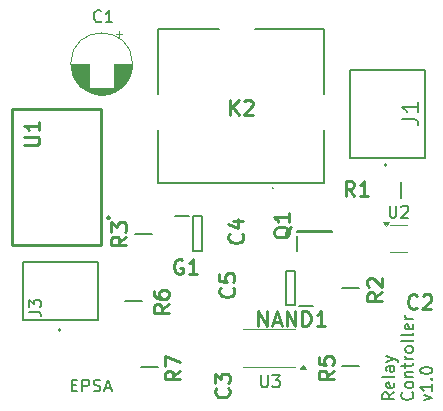
<source format=gbr>
%TF.GenerationSoftware,KiCad,Pcbnew,8.0.0*%
%TF.CreationDate,2024-04-17T17:35:18+02:00*%
%TF.ProjectId,Discharge Controller,44697363-6861-4726-9765-20436f6e7472,rev?*%
%TF.SameCoordinates,Original*%
%TF.FileFunction,Legend,Top*%
%TF.FilePolarity,Positive*%
%FSLAX46Y46*%
G04 Gerber Fmt 4.6, Leading zero omitted, Abs format (unit mm)*
G04 Created by KiCad (PCBNEW 8.0.0) date 2024-04-17 17:35:18*
%MOMM*%
%LPD*%
G01*
G04 APERTURE LIST*
%ADD10C,0.150000*%
%ADD11C,0.254000*%
%ADD12C,0.200000*%
%ADD13C,0.053000*%
%ADD14C,0.120000*%
%ADD15C,0.127000*%
G04 APERTURE END LIST*
D10*
X156724579Y-83648609D02*
X157057912Y-83648609D01*
X157200769Y-84172419D02*
X156724579Y-84172419D01*
X156724579Y-84172419D02*
X156724579Y-83172419D01*
X156724579Y-83172419D02*
X157200769Y-83172419D01*
X157629341Y-84172419D02*
X157629341Y-83172419D01*
X157629341Y-83172419D02*
X158010293Y-83172419D01*
X158010293Y-83172419D02*
X158105531Y-83220038D01*
X158105531Y-83220038D02*
X158153150Y-83267657D01*
X158153150Y-83267657D02*
X158200769Y-83362895D01*
X158200769Y-83362895D02*
X158200769Y-83505752D01*
X158200769Y-83505752D02*
X158153150Y-83600990D01*
X158153150Y-83600990D02*
X158105531Y-83648609D01*
X158105531Y-83648609D02*
X158010293Y-83696228D01*
X158010293Y-83696228D02*
X157629341Y-83696228D01*
X158581722Y-84124800D02*
X158724579Y-84172419D01*
X158724579Y-84172419D02*
X158962674Y-84172419D01*
X158962674Y-84172419D02*
X159057912Y-84124800D01*
X159057912Y-84124800D02*
X159105531Y-84077180D01*
X159105531Y-84077180D02*
X159153150Y-83981942D01*
X159153150Y-83981942D02*
X159153150Y-83886704D01*
X159153150Y-83886704D02*
X159105531Y-83791466D01*
X159105531Y-83791466D02*
X159057912Y-83743847D01*
X159057912Y-83743847D02*
X158962674Y-83696228D01*
X158962674Y-83696228D02*
X158772198Y-83648609D01*
X158772198Y-83648609D02*
X158676960Y-83600990D01*
X158676960Y-83600990D02*
X158629341Y-83553371D01*
X158629341Y-83553371D02*
X158581722Y-83458133D01*
X158581722Y-83458133D02*
X158581722Y-83362895D01*
X158581722Y-83362895D02*
X158629341Y-83267657D01*
X158629341Y-83267657D02*
X158676960Y-83220038D01*
X158676960Y-83220038D02*
X158772198Y-83172419D01*
X158772198Y-83172419D02*
X159010293Y-83172419D01*
X159010293Y-83172419D02*
X159153150Y-83220038D01*
X159534103Y-83886704D02*
X160010293Y-83886704D01*
X159438865Y-84172419D02*
X159772198Y-83172419D01*
X159772198Y-83172419D02*
X160105531Y-84172419D01*
X184025731Y-84257992D02*
X183549540Y-84591325D01*
X184025731Y-84829420D02*
X183025731Y-84829420D01*
X183025731Y-84829420D02*
X183025731Y-84448468D01*
X183025731Y-84448468D02*
X183073350Y-84353230D01*
X183073350Y-84353230D02*
X183120969Y-84305611D01*
X183120969Y-84305611D02*
X183216207Y-84257992D01*
X183216207Y-84257992D02*
X183359064Y-84257992D01*
X183359064Y-84257992D02*
X183454302Y-84305611D01*
X183454302Y-84305611D02*
X183501921Y-84353230D01*
X183501921Y-84353230D02*
X183549540Y-84448468D01*
X183549540Y-84448468D02*
X183549540Y-84829420D01*
X183978112Y-83448468D02*
X184025731Y-83543706D01*
X184025731Y-83543706D02*
X184025731Y-83734182D01*
X184025731Y-83734182D02*
X183978112Y-83829420D01*
X183978112Y-83829420D02*
X183882873Y-83877039D01*
X183882873Y-83877039D02*
X183501921Y-83877039D01*
X183501921Y-83877039D02*
X183406683Y-83829420D01*
X183406683Y-83829420D02*
X183359064Y-83734182D01*
X183359064Y-83734182D02*
X183359064Y-83543706D01*
X183359064Y-83543706D02*
X183406683Y-83448468D01*
X183406683Y-83448468D02*
X183501921Y-83400849D01*
X183501921Y-83400849D02*
X183597159Y-83400849D01*
X183597159Y-83400849D02*
X183692397Y-83877039D01*
X184025731Y-82829420D02*
X183978112Y-82924658D01*
X183978112Y-82924658D02*
X183882873Y-82972277D01*
X183882873Y-82972277D02*
X183025731Y-82972277D01*
X184025731Y-82019896D02*
X183501921Y-82019896D01*
X183501921Y-82019896D02*
X183406683Y-82067515D01*
X183406683Y-82067515D02*
X183359064Y-82162753D01*
X183359064Y-82162753D02*
X183359064Y-82353229D01*
X183359064Y-82353229D02*
X183406683Y-82448467D01*
X183978112Y-82019896D02*
X184025731Y-82115134D01*
X184025731Y-82115134D02*
X184025731Y-82353229D01*
X184025731Y-82353229D02*
X183978112Y-82448467D01*
X183978112Y-82448467D02*
X183882873Y-82496086D01*
X183882873Y-82496086D02*
X183787635Y-82496086D01*
X183787635Y-82496086D02*
X183692397Y-82448467D01*
X183692397Y-82448467D02*
X183644778Y-82353229D01*
X183644778Y-82353229D02*
X183644778Y-82115134D01*
X183644778Y-82115134D02*
X183597159Y-82019896D01*
X183359064Y-81638943D02*
X184025731Y-81400848D01*
X183359064Y-81162753D02*
X184025731Y-81400848D01*
X184025731Y-81400848D02*
X184263826Y-81496086D01*
X184263826Y-81496086D02*
X184311445Y-81543705D01*
X184311445Y-81543705D02*
X184359064Y-81638943D01*
X185540436Y-84257992D02*
X185588056Y-84305611D01*
X185588056Y-84305611D02*
X185635675Y-84448468D01*
X185635675Y-84448468D02*
X185635675Y-84543706D01*
X185635675Y-84543706D02*
X185588056Y-84686563D01*
X185588056Y-84686563D02*
X185492817Y-84781801D01*
X185492817Y-84781801D02*
X185397579Y-84829420D01*
X185397579Y-84829420D02*
X185207103Y-84877039D01*
X185207103Y-84877039D02*
X185064246Y-84877039D01*
X185064246Y-84877039D02*
X184873770Y-84829420D01*
X184873770Y-84829420D02*
X184778532Y-84781801D01*
X184778532Y-84781801D02*
X184683294Y-84686563D01*
X184683294Y-84686563D02*
X184635675Y-84543706D01*
X184635675Y-84543706D02*
X184635675Y-84448468D01*
X184635675Y-84448468D02*
X184683294Y-84305611D01*
X184683294Y-84305611D02*
X184730913Y-84257992D01*
X185635675Y-83686563D02*
X185588056Y-83781801D01*
X185588056Y-83781801D02*
X185540436Y-83829420D01*
X185540436Y-83829420D02*
X185445198Y-83877039D01*
X185445198Y-83877039D02*
X185159484Y-83877039D01*
X185159484Y-83877039D02*
X185064246Y-83829420D01*
X185064246Y-83829420D02*
X185016627Y-83781801D01*
X185016627Y-83781801D02*
X184969008Y-83686563D01*
X184969008Y-83686563D02*
X184969008Y-83543706D01*
X184969008Y-83543706D02*
X185016627Y-83448468D01*
X185016627Y-83448468D02*
X185064246Y-83400849D01*
X185064246Y-83400849D02*
X185159484Y-83353230D01*
X185159484Y-83353230D02*
X185445198Y-83353230D01*
X185445198Y-83353230D02*
X185540436Y-83400849D01*
X185540436Y-83400849D02*
X185588056Y-83448468D01*
X185588056Y-83448468D02*
X185635675Y-83543706D01*
X185635675Y-83543706D02*
X185635675Y-83686563D01*
X184969008Y-82924658D02*
X185635675Y-82924658D01*
X185064246Y-82924658D02*
X185016627Y-82877039D01*
X185016627Y-82877039D02*
X184969008Y-82781801D01*
X184969008Y-82781801D02*
X184969008Y-82638944D01*
X184969008Y-82638944D02*
X185016627Y-82543706D01*
X185016627Y-82543706D02*
X185111865Y-82496087D01*
X185111865Y-82496087D02*
X185635675Y-82496087D01*
X184969008Y-82162753D02*
X184969008Y-81781801D01*
X184635675Y-82019896D02*
X185492817Y-82019896D01*
X185492817Y-82019896D02*
X185588056Y-81972277D01*
X185588056Y-81972277D02*
X185635675Y-81877039D01*
X185635675Y-81877039D02*
X185635675Y-81781801D01*
X185635675Y-81448467D02*
X184969008Y-81448467D01*
X185159484Y-81448467D02*
X185064246Y-81400848D01*
X185064246Y-81400848D02*
X185016627Y-81353229D01*
X185016627Y-81353229D02*
X184969008Y-81257991D01*
X184969008Y-81257991D02*
X184969008Y-81162753D01*
X185635675Y-80686562D02*
X185588056Y-80781800D01*
X185588056Y-80781800D02*
X185540436Y-80829419D01*
X185540436Y-80829419D02*
X185445198Y-80877038D01*
X185445198Y-80877038D02*
X185159484Y-80877038D01*
X185159484Y-80877038D02*
X185064246Y-80829419D01*
X185064246Y-80829419D02*
X185016627Y-80781800D01*
X185016627Y-80781800D02*
X184969008Y-80686562D01*
X184969008Y-80686562D02*
X184969008Y-80543705D01*
X184969008Y-80543705D02*
X185016627Y-80448467D01*
X185016627Y-80448467D02*
X185064246Y-80400848D01*
X185064246Y-80400848D02*
X185159484Y-80353229D01*
X185159484Y-80353229D02*
X185445198Y-80353229D01*
X185445198Y-80353229D02*
X185540436Y-80400848D01*
X185540436Y-80400848D02*
X185588056Y-80448467D01*
X185588056Y-80448467D02*
X185635675Y-80543705D01*
X185635675Y-80543705D02*
X185635675Y-80686562D01*
X185635675Y-79781800D02*
X185588056Y-79877038D01*
X185588056Y-79877038D02*
X185492817Y-79924657D01*
X185492817Y-79924657D02*
X184635675Y-79924657D01*
X185635675Y-79257990D02*
X185588056Y-79353228D01*
X185588056Y-79353228D02*
X185492817Y-79400847D01*
X185492817Y-79400847D02*
X184635675Y-79400847D01*
X185588056Y-78496085D02*
X185635675Y-78591323D01*
X185635675Y-78591323D02*
X185635675Y-78781799D01*
X185635675Y-78781799D02*
X185588056Y-78877037D01*
X185588056Y-78877037D02*
X185492817Y-78924656D01*
X185492817Y-78924656D02*
X185111865Y-78924656D01*
X185111865Y-78924656D02*
X185016627Y-78877037D01*
X185016627Y-78877037D02*
X184969008Y-78781799D01*
X184969008Y-78781799D02*
X184969008Y-78591323D01*
X184969008Y-78591323D02*
X185016627Y-78496085D01*
X185016627Y-78496085D02*
X185111865Y-78448466D01*
X185111865Y-78448466D02*
X185207103Y-78448466D01*
X185207103Y-78448466D02*
X185302341Y-78924656D01*
X185635675Y-78019894D02*
X184969008Y-78019894D01*
X185159484Y-78019894D02*
X185064246Y-77972275D01*
X185064246Y-77972275D02*
X185016627Y-77924656D01*
X185016627Y-77924656D02*
X184969008Y-77829418D01*
X184969008Y-77829418D02*
X184969008Y-77734180D01*
X186578952Y-84924658D02*
X187245619Y-84686563D01*
X187245619Y-84686563D02*
X186578952Y-84448468D01*
X187245619Y-83543706D02*
X187245619Y-84115134D01*
X187245619Y-83829420D02*
X186245619Y-83829420D01*
X186245619Y-83829420D02*
X186388476Y-83924658D01*
X186388476Y-83924658D02*
X186483714Y-84019896D01*
X186483714Y-84019896D02*
X186531333Y-84115134D01*
X187150380Y-83115134D02*
X187198000Y-83067515D01*
X187198000Y-83067515D02*
X187245619Y-83115134D01*
X187245619Y-83115134D02*
X187198000Y-83162753D01*
X187198000Y-83162753D02*
X187150380Y-83115134D01*
X187150380Y-83115134D02*
X187245619Y-83115134D01*
X186245619Y-82448468D02*
X186245619Y-82353230D01*
X186245619Y-82353230D02*
X186293238Y-82257992D01*
X186293238Y-82257992D02*
X186340857Y-82210373D01*
X186340857Y-82210373D02*
X186436095Y-82162754D01*
X186436095Y-82162754D02*
X186626571Y-82115135D01*
X186626571Y-82115135D02*
X186864666Y-82115135D01*
X186864666Y-82115135D02*
X187055142Y-82162754D01*
X187055142Y-82162754D02*
X187150380Y-82210373D01*
X187150380Y-82210373D02*
X187198000Y-82257992D01*
X187198000Y-82257992D02*
X187245619Y-82353230D01*
X187245619Y-82353230D02*
X187245619Y-82448468D01*
X187245619Y-82448468D02*
X187198000Y-82543706D01*
X187198000Y-82543706D02*
X187150380Y-82591325D01*
X187150380Y-82591325D02*
X187055142Y-82638944D01*
X187055142Y-82638944D02*
X186864666Y-82686563D01*
X186864666Y-82686563D02*
X186626571Y-82686563D01*
X186626571Y-82686563D02*
X186436095Y-82638944D01*
X186436095Y-82638944D02*
X186340857Y-82591325D01*
X186340857Y-82591325D02*
X186293238Y-82543706D01*
X186293238Y-82543706D02*
X186245619Y-82448468D01*
D11*
X180636333Y-67630318D02*
X180212999Y-67025556D01*
X179910618Y-67630318D02*
X179910618Y-66360318D01*
X179910618Y-66360318D02*
X180394428Y-66360318D01*
X180394428Y-66360318D02*
X180515380Y-66420794D01*
X180515380Y-66420794D02*
X180575857Y-66481270D01*
X180575857Y-66481270D02*
X180636333Y-66602222D01*
X180636333Y-66602222D02*
X180636333Y-66783651D01*
X180636333Y-66783651D02*
X180575857Y-66904603D01*
X180575857Y-66904603D02*
X180515380Y-66965080D01*
X180515380Y-66965080D02*
X180394428Y-67025556D01*
X180394428Y-67025556D02*
X179910618Y-67025556D01*
X181845857Y-67630318D02*
X181120142Y-67630318D01*
X181482999Y-67630318D02*
X181482999Y-66360318D01*
X181482999Y-66360318D02*
X181362047Y-66541746D01*
X181362047Y-66541746D02*
X181241095Y-66662699D01*
X181241095Y-66662699D02*
X181120142Y-66723175D01*
X170132118Y-60772818D02*
X170132118Y-59502818D01*
X170857833Y-60772818D02*
X170313547Y-60047103D01*
X170857833Y-59502818D02*
X170132118Y-60228532D01*
X171341642Y-59623770D02*
X171402118Y-59563294D01*
X171402118Y-59563294D02*
X171523071Y-59502818D01*
X171523071Y-59502818D02*
X171825452Y-59502818D01*
X171825452Y-59502818D02*
X171946404Y-59563294D01*
X171946404Y-59563294D02*
X172006880Y-59623770D01*
X172006880Y-59623770D02*
X172067357Y-59744722D01*
X172067357Y-59744722D02*
X172067357Y-59865675D01*
X172067357Y-59865675D02*
X172006880Y-60047103D01*
X172006880Y-60047103D02*
X171281166Y-60772818D01*
X171281166Y-60772818D02*
X172067357Y-60772818D01*
X170379365Y-75395666D02*
X170439842Y-75456142D01*
X170439842Y-75456142D02*
X170500318Y-75637571D01*
X170500318Y-75637571D02*
X170500318Y-75758523D01*
X170500318Y-75758523D02*
X170439842Y-75939952D01*
X170439842Y-75939952D02*
X170318889Y-76060904D01*
X170318889Y-76060904D02*
X170197937Y-76121381D01*
X170197937Y-76121381D02*
X169956032Y-76181857D01*
X169956032Y-76181857D02*
X169774603Y-76181857D01*
X169774603Y-76181857D02*
X169532699Y-76121381D01*
X169532699Y-76121381D02*
X169411746Y-76060904D01*
X169411746Y-76060904D02*
X169290794Y-75939952D01*
X169290794Y-75939952D02*
X169230318Y-75758523D01*
X169230318Y-75758523D02*
X169230318Y-75637571D01*
X169230318Y-75637571D02*
X169290794Y-75456142D01*
X169290794Y-75456142D02*
X169351270Y-75395666D01*
X169230318Y-74246619D02*
X169230318Y-74851381D01*
X169230318Y-74851381D02*
X169835080Y-74911857D01*
X169835080Y-74911857D02*
X169774603Y-74851381D01*
X169774603Y-74851381D02*
X169714127Y-74730428D01*
X169714127Y-74730428D02*
X169714127Y-74428047D01*
X169714127Y-74428047D02*
X169774603Y-74307095D01*
X169774603Y-74307095D02*
X169835080Y-74246619D01*
X169835080Y-74246619D02*
X169956032Y-74186142D01*
X169956032Y-74186142D02*
X170258413Y-74186142D01*
X170258413Y-74186142D02*
X170379365Y-74246619D01*
X170379365Y-74246619D02*
X170439842Y-74307095D01*
X170439842Y-74307095D02*
X170500318Y-74428047D01*
X170500318Y-74428047D02*
X170500318Y-74730428D01*
X170500318Y-74730428D02*
X170439842Y-74851381D01*
X170439842Y-74851381D02*
X170379365Y-74911857D01*
D10*
X172770895Y-82817619D02*
X172770895Y-83627142D01*
X172770895Y-83627142D02*
X172818514Y-83722380D01*
X172818514Y-83722380D02*
X172866133Y-83770000D01*
X172866133Y-83770000D02*
X172961371Y-83817619D01*
X172961371Y-83817619D02*
X173151847Y-83817619D01*
X173151847Y-83817619D02*
X173247085Y-83770000D01*
X173247085Y-83770000D02*
X173294704Y-83722380D01*
X173294704Y-83722380D02*
X173342323Y-83627142D01*
X173342323Y-83627142D02*
X173342323Y-82817619D01*
X173723276Y-82817619D02*
X174342323Y-82817619D01*
X174342323Y-82817619D02*
X174008990Y-83198571D01*
X174008990Y-83198571D02*
X174151847Y-83198571D01*
X174151847Y-83198571D02*
X174247085Y-83246190D01*
X174247085Y-83246190D02*
X174294704Y-83293809D01*
X174294704Y-83293809D02*
X174342323Y-83389047D01*
X174342323Y-83389047D02*
X174342323Y-83627142D01*
X174342323Y-83627142D02*
X174294704Y-83722380D01*
X174294704Y-83722380D02*
X174247085Y-83770000D01*
X174247085Y-83770000D02*
X174151847Y-83817619D01*
X174151847Y-83817619D02*
X173866133Y-83817619D01*
X173866133Y-83817619D02*
X173770895Y-83770000D01*
X173770895Y-83770000D02*
X173723276Y-83722380D01*
D11*
X172498657Y-78628518D02*
X172498657Y-77358518D01*
X172498657Y-77358518D02*
X173224372Y-78628518D01*
X173224372Y-78628518D02*
X173224372Y-77358518D01*
X173768657Y-78265661D02*
X174373419Y-78265661D01*
X173647705Y-78628518D02*
X174071038Y-77358518D01*
X174071038Y-77358518D02*
X174494372Y-78628518D01*
X174917704Y-78628518D02*
X174917704Y-77358518D01*
X174917704Y-77358518D02*
X175643419Y-78628518D01*
X175643419Y-78628518D02*
X175643419Y-77358518D01*
X176248180Y-78628518D02*
X176248180Y-77358518D01*
X176248180Y-77358518D02*
X176550561Y-77358518D01*
X176550561Y-77358518D02*
X176731990Y-77418994D01*
X176731990Y-77418994D02*
X176852942Y-77539946D01*
X176852942Y-77539946D02*
X176913419Y-77660899D01*
X176913419Y-77660899D02*
X176973895Y-77902803D01*
X176973895Y-77902803D02*
X176973895Y-78084232D01*
X176973895Y-78084232D02*
X176913419Y-78326137D01*
X176913419Y-78326137D02*
X176852942Y-78447089D01*
X176852942Y-78447089D02*
X176731990Y-78568042D01*
X176731990Y-78568042D02*
X176550561Y-78628518D01*
X176550561Y-78628518D02*
X176248180Y-78628518D01*
X178183419Y-78628518D02*
X177457704Y-78628518D01*
X177820561Y-78628518D02*
X177820561Y-77358518D01*
X177820561Y-77358518D02*
X177699609Y-77539946D01*
X177699609Y-77539946D02*
X177578657Y-77660899D01*
X177578657Y-77660899D02*
X177457704Y-77721375D01*
X164937718Y-76792666D02*
X164332956Y-77216000D01*
X164937718Y-77518381D02*
X163667718Y-77518381D01*
X163667718Y-77518381D02*
X163667718Y-77034571D01*
X163667718Y-77034571D02*
X163728194Y-76913619D01*
X163728194Y-76913619D02*
X163788670Y-76853142D01*
X163788670Y-76853142D02*
X163909622Y-76792666D01*
X163909622Y-76792666D02*
X164091051Y-76792666D01*
X164091051Y-76792666D02*
X164212003Y-76853142D01*
X164212003Y-76853142D02*
X164272480Y-76913619D01*
X164272480Y-76913619D02*
X164332956Y-77034571D01*
X164332956Y-77034571D02*
X164332956Y-77518381D01*
X163667718Y-75704095D02*
X163667718Y-75946000D01*
X163667718Y-75946000D02*
X163728194Y-76066952D01*
X163728194Y-76066952D02*
X163788670Y-76127428D01*
X163788670Y-76127428D02*
X163970099Y-76248381D01*
X163970099Y-76248381D02*
X164212003Y-76308857D01*
X164212003Y-76308857D02*
X164695813Y-76308857D01*
X164695813Y-76308857D02*
X164816765Y-76248381D01*
X164816765Y-76248381D02*
X164877242Y-76187904D01*
X164877242Y-76187904D02*
X164937718Y-76066952D01*
X164937718Y-76066952D02*
X164937718Y-75825047D01*
X164937718Y-75825047D02*
X164877242Y-75704095D01*
X164877242Y-75704095D02*
X164816765Y-75643619D01*
X164816765Y-75643619D02*
X164695813Y-75583142D01*
X164695813Y-75583142D02*
X164393432Y-75583142D01*
X164393432Y-75583142D02*
X164272480Y-75643619D01*
X164272480Y-75643619D02*
X164212003Y-75704095D01*
X164212003Y-75704095D02*
X164151527Y-75825047D01*
X164151527Y-75825047D02*
X164151527Y-76066952D01*
X164151527Y-76066952D02*
X164212003Y-76187904D01*
X164212003Y-76187904D02*
X164272480Y-76248381D01*
X164272480Y-76248381D02*
X164393432Y-76308857D01*
X183022518Y-75776666D02*
X182417756Y-76200000D01*
X183022518Y-76502381D02*
X181752518Y-76502381D01*
X181752518Y-76502381D02*
X181752518Y-76018571D01*
X181752518Y-76018571D02*
X181812994Y-75897619D01*
X181812994Y-75897619D02*
X181873470Y-75837142D01*
X181873470Y-75837142D02*
X181994422Y-75776666D01*
X181994422Y-75776666D02*
X182175851Y-75776666D01*
X182175851Y-75776666D02*
X182296803Y-75837142D01*
X182296803Y-75837142D02*
X182357280Y-75897619D01*
X182357280Y-75897619D02*
X182417756Y-76018571D01*
X182417756Y-76018571D02*
X182417756Y-76502381D01*
X181873470Y-75292857D02*
X181812994Y-75232381D01*
X181812994Y-75232381D02*
X181752518Y-75111428D01*
X181752518Y-75111428D02*
X181752518Y-74809047D01*
X181752518Y-74809047D02*
X181812994Y-74688095D01*
X181812994Y-74688095D02*
X181873470Y-74627619D01*
X181873470Y-74627619D02*
X181994422Y-74567142D01*
X181994422Y-74567142D02*
X182115375Y-74567142D01*
X182115375Y-74567142D02*
X182296803Y-74627619D01*
X182296803Y-74627619D02*
X183022518Y-75353333D01*
X183022518Y-75353333D02*
X183022518Y-74567142D01*
X175256708Y-70224952D02*
X175196232Y-70345904D01*
X175196232Y-70345904D02*
X175075280Y-70466857D01*
X175075280Y-70466857D02*
X174893851Y-70648285D01*
X174893851Y-70648285D02*
X174833375Y-70769238D01*
X174833375Y-70769238D02*
X174833375Y-70890190D01*
X175135756Y-70829714D02*
X175075280Y-70950666D01*
X175075280Y-70950666D02*
X174954327Y-71071619D01*
X174954327Y-71071619D02*
X174712422Y-71132095D01*
X174712422Y-71132095D02*
X174289089Y-71132095D01*
X174289089Y-71132095D02*
X174047184Y-71071619D01*
X174047184Y-71071619D02*
X173926232Y-70950666D01*
X173926232Y-70950666D02*
X173865756Y-70829714D01*
X173865756Y-70829714D02*
X173865756Y-70587809D01*
X173865756Y-70587809D02*
X173926232Y-70466857D01*
X173926232Y-70466857D02*
X174047184Y-70345904D01*
X174047184Y-70345904D02*
X174289089Y-70285428D01*
X174289089Y-70285428D02*
X174712422Y-70285428D01*
X174712422Y-70285428D02*
X174954327Y-70345904D01*
X174954327Y-70345904D02*
X175075280Y-70466857D01*
X175075280Y-70466857D02*
X175135756Y-70587809D01*
X175135756Y-70587809D02*
X175135756Y-70829714D01*
X175135756Y-69075904D02*
X175135756Y-69801619D01*
X175135756Y-69438762D02*
X173865756Y-69438762D01*
X173865756Y-69438762D02*
X174047184Y-69559714D01*
X174047184Y-69559714D02*
X174168137Y-69680666D01*
X174168137Y-69680666D02*
X174228613Y-69801619D01*
X185970333Y-77085165D02*
X185909857Y-77145642D01*
X185909857Y-77145642D02*
X185728428Y-77206118D01*
X185728428Y-77206118D02*
X185607476Y-77206118D01*
X185607476Y-77206118D02*
X185426047Y-77145642D01*
X185426047Y-77145642D02*
X185305095Y-77024689D01*
X185305095Y-77024689D02*
X185244618Y-76903737D01*
X185244618Y-76903737D02*
X185184142Y-76661832D01*
X185184142Y-76661832D02*
X185184142Y-76480403D01*
X185184142Y-76480403D02*
X185244618Y-76238499D01*
X185244618Y-76238499D02*
X185305095Y-76117546D01*
X185305095Y-76117546D02*
X185426047Y-75996594D01*
X185426047Y-75996594D02*
X185607476Y-75936118D01*
X185607476Y-75936118D02*
X185728428Y-75936118D01*
X185728428Y-75936118D02*
X185909857Y-75996594D01*
X185909857Y-75996594D02*
X185970333Y-76057070D01*
X186454142Y-76057070D02*
X186514618Y-75996594D01*
X186514618Y-75996594D02*
X186635571Y-75936118D01*
X186635571Y-75936118D02*
X186937952Y-75936118D01*
X186937952Y-75936118D02*
X187058904Y-75996594D01*
X187058904Y-75996594D02*
X187119380Y-76057070D01*
X187119380Y-76057070D02*
X187179857Y-76178022D01*
X187179857Y-76178022D02*
X187179857Y-76298975D01*
X187179857Y-76298975D02*
X187119380Y-76480403D01*
X187119380Y-76480403D02*
X186393666Y-77206118D01*
X186393666Y-77206118D02*
X187179857Y-77206118D01*
D10*
X184685266Y-61096466D02*
X185685266Y-61096466D01*
X185685266Y-61096466D02*
X185885266Y-61163133D01*
X185885266Y-61163133D02*
X186018600Y-61296466D01*
X186018600Y-61296466D02*
X186085266Y-61496466D01*
X186085266Y-61496466D02*
X186085266Y-61629800D01*
X186085266Y-59696466D02*
X186085266Y-60496466D01*
X186085266Y-60096466D02*
X184685266Y-60096466D01*
X184685266Y-60096466D02*
X184885266Y-60229799D01*
X184885266Y-60229799D02*
X185018600Y-60363133D01*
X185018600Y-60363133D02*
X185085266Y-60496466D01*
X153124819Y-77422333D02*
X153839104Y-77422333D01*
X153839104Y-77422333D02*
X153981961Y-77469952D01*
X153981961Y-77469952D02*
X154077200Y-77565190D01*
X154077200Y-77565190D02*
X154124819Y-77708047D01*
X154124819Y-77708047D02*
X154124819Y-77803285D01*
X153124819Y-77041380D02*
X153124819Y-76422333D01*
X153124819Y-76422333D02*
X153505771Y-76755666D01*
X153505771Y-76755666D02*
X153505771Y-76612809D01*
X153505771Y-76612809D02*
X153553390Y-76517571D01*
X153553390Y-76517571D02*
X153601009Y-76469952D01*
X153601009Y-76469952D02*
X153696247Y-76422333D01*
X153696247Y-76422333D02*
X153934342Y-76422333D01*
X153934342Y-76422333D02*
X154029580Y-76469952D01*
X154029580Y-76469952D02*
X154077200Y-76517571D01*
X154077200Y-76517571D02*
X154124819Y-76612809D01*
X154124819Y-76612809D02*
X154124819Y-76898523D01*
X154124819Y-76898523D02*
X154077200Y-76993761D01*
X154077200Y-76993761D02*
X154029580Y-77041380D01*
D11*
X169998365Y-83879266D02*
X170058842Y-83939742D01*
X170058842Y-83939742D02*
X170119318Y-84121171D01*
X170119318Y-84121171D02*
X170119318Y-84242123D01*
X170119318Y-84242123D02*
X170058842Y-84423552D01*
X170058842Y-84423552D02*
X169937889Y-84544504D01*
X169937889Y-84544504D02*
X169816937Y-84604981D01*
X169816937Y-84604981D02*
X169575032Y-84665457D01*
X169575032Y-84665457D02*
X169393603Y-84665457D01*
X169393603Y-84665457D02*
X169151699Y-84604981D01*
X169151699Y-84604981D02*
X169030746Y-84544504D01*
X169030746Y-84544504D02*
X168909794Y-84423552D01*
X168909794Y-84423552D02*
X168849318Y-84242123D01*
X168849318Y-84242123D02*
X168849318Y-84121171D01*
X168849318Y-84121171D02*
X168909794Y-83939742D01*
X168909794Y-83939742D02*
X168970270Y-83879266D01*
X168849318Y-83455933D02*
X168849318Y-82669742D01*
X168849318Y-82669742D02*
X169333127Y-83093076D01*
X169333127Y-83093076D02*
X169333127Y-82911647D01*
X169333127Y-82911647D02*
X169393603Y-82790695D01*
X169393603Y-82790695D02*
X169454080Y-82730219D01*
X169454080Y-82730219D02*
X169575032Y-82669742D01*
X169575032Y-82669742D02*
X169877413Y-82669742D01*
X169877413Y-82669742D02*
X169998365Y-82730219D01*
X169998365Y-82730219D02*
X170058842Y-82790695D01*
X170058842Y-82790695D02*
X170119318Y-82911647D01*
X170119318Y-82911647D02*
X170119318Y-83274504D01*
X170119318Y-83274504D02*
X170058842Y-83395457D01*
X170058842Y-83395457D02*
X169998365Y-83455933D01*
X171141365Y-70823666D02*
X171201842Y-70884142D01*
X171201842Y-70884142D02*
X171262318Y-71065571D01*
X171262318Y-71065571D02*
X171262318Y-71186523D01*
X171262318Y-71186523D02*
X171201842Y-71367952D01*
X171201842Y-71367952D02*
X171080889Y-71488904D01*
X171080889Y-71488904D02*
X170959937Y-71549381D01*
X170959937Y-71549381D02*
X170718032Y-71609857D01*
X170718032Y-71609857D02*
X170536603Y-71609857D01*
X170536603Y-71609857D02*
X170294699Y-71549381D01*
X170294699Y-71549381D02*
X170173746Y-71488904D01*
X170173746Y-71488904D02*
X170052794Y-71367952D01*
X170052794Y-71367952D02*
X169992318Y-71186523D01*
X169992318Y-71186523D02*
X169992318Y-71065571D01*
X169992318Y-71065571D02*
X170052794Y-70884142D01*
X170052794Y-70884142D02*
X170113270Y-70823666D01*
X170415651Y-69735095D02*
X171262318Y-69735095D01*
X169931842Y-70037476D02*
X170838984Y-70339857D01*
X170838984Y-70339857D02*
X170838984Y-69553666D01*
X166097857Y-73024794D02*
X165976904Y-72964318D01*
X165976904Y-72964318D02*
X165795476Y-72964318D01*
X165795476Y-72964318D02*
X165614047Y-73024794D01*
X165614047Y-73024794D02*
X165493095Y-73145746D01*
X165493095Y-73145746D02*
X165432618Y-73266699D01*
X165432618Y-73266699D02*
X165372142Y-73508603D01*
X165372142Y-73508603D02*
X165372142Y-73690032D01*
X165372142Y-73690032D02*
X165432618Y-73931937D01*
X165432618Y-73931937D02*
X165493095Y-74052889D01*
X165493095Y-74052889D02*
X165614047Y-74173842D01*
X165614047Y-74173842D02*
X165795476Y-74234318D01*
X165795476Y-74234318D02*
X165916428Y-74234318D01*
X165916428Y-74234318D02*
X166097857Y-74173842D01*
X166097857Y-74173842D02*
X166158333Y-74113365D01*
X166158333Y-74113365D02*
X166158333Y-73690032D01*
X166158333Y-73690032D02*
X165916428Y-73690032D01*
X167367857Y-74234318D02*
X166642142Y-74234318D01*
X167004999Y-74234318D02*
X167004999Y-72964318D01*
X167004999Y-72964318D02*
X166884047Y-73145746D01*
X166884047Y-73145746D02*
X166763095Y-73266699D01*
X166763095Y-73266699D02*
X166642142Y-73327175D01*
X178907718Y-82406066D02*
X178302956Y-82829400D01*
X178907718Y-83131781D02*
X177637718Y-83131781D01*
X177637718Y-83131781D02*
X177637718Y-82647971D01*
X177637718Y-82647971D02*
X177698194Y-82527019D01*
X177698194Y-82527019D02*
X177758670Y-82466542D01*
X177758670Y-82466542D02*
X177879622Y-82406066D01*
X177879622Y-82406066D02*
X178061051Y-82406066D01*
X178061051Y-82406066D02*
X178182003Y-82466542D01*
X178182003Y-82466542D02*
X178242480Y-82527019D01*
X178242480Y-82527019D02*
X178302956Y-82647971D01*
X178302956Y-82647971D02*
X178302956Y-83131781D01*
X177637718Y-81257019D02*
X177637718Y-81861781D01*
X177637718Y-81861781D02*
X178242480Y-81922257D01*
X178242480Y-81922257D02*
X178182003Y-81861781D01*
X178182003Y-81861781D02*
X178121527Y-81740828D01*
X178121527Y-81740828D02*
X178121527Y-81438447D01*
X178121527Y-81438447D02*
X178182003Y-81317495D01*
X178182003Y-81317495D02*
X178242480Y-81257019D01*
X178242480Y-81257019D02*
X178363432Y-81196542D01*
X178363432Y-81196542D02*
X178665813Y-81196542D01*
X178665813Y-81196542D02*
X178786765Y-81257019D01*
X178786765Y-81257019D02*
X178847242Y-81317495D01*
X178847242Y-81317495D02*
X178907718Y-81438447D01*
X178907718Y-81438447D02*
X178907718Y-81740828D01*
X178907718Y-81740828D02*
X178847242Y-81861781D01*
X178847242Y-81861781D02*
X178786765Y-81922257D01*
X165928318Y-82431466D02*
X165323556Y-82854800D01*
X165928318Y-83157181D02*
X164658318Y-83157181D01*
X164658318Y-83157181D02*
X164658318Y-82673371D01*
X164658318Y-82673371D02*
X164718794Y-82552419D01*
X164718794Y-82552419D02*
X164779270Y-82491942D01*
X164779270Y-82491942D02*
X164900222Y-82431466D01*
X164900222Y-82431466D02*
X165081651Y-82431466D01*
X165081651Y-82431466D02*
X165202603Y-82491942D01*
X165202603Y-82491942D02*
X165263080Y-82552419D01*
X165263080Y-82552419D02*
X165323556Y-82673371D01*
X165323556Y-82673371D02*
X165323556Y-83157181D01*
X164658318Y-82008133D02*
X164658318Y-81161466D01*
X164658318Y-81161466D02*
X165928318Y-81705752D01*
X152720318Y-63324619D02*
X153748413Y-63324619D01*
X153748413Y-63324619D02*
X153869365Y-63264142D01*
X153869365Y-63264142D02*
X153929842Y-63203666D01*
X153929842Y-63203666D02*
X153990318Y-63082714D01*
X153990318Y-63082714D02*
X153990318Y-62840809D01*
X153990318Y-62840809D02*
X153929842Y-62719857D01*
X153929842Y-62719857D02*
X153869365Y-62659380D01*
X153869365Y-62659380D02*
X153748413Y-62598904D01*
X153748413Y-62598904D02*
X152720318Y-62598904D01*
X153990318Y-61328904D02*
X153990318Y-62054619D01*
X153990318Y-61691762D02*
X152720318Y-61691762D01*
X152720318Y-61691762D02*
X152901746Y-61812714D01*
X152901746Y-61812714D02*
X153022699Y-61933666D01*
X153022699Y-61933666D02*
X153083175Y-62054619D01*
X161356318Y-71065765D02*
X160751556Y-71489099D01*
X161356318Y-71791480D02*
X160086318Y-71791480D01*
X160086318Y-71791480D02*
X160086318Y-71307670D01*
X160086318Y-71307670D02*
X160146794Y-71186718D01*
X160146794Y-71186718D02*
X160207270Y-71126241D01*
X160207270Y-71126241D02*
X160328222Y-71065765D01*
X160328222Y-71065765D02*
X160509651Y-71065765D01*
X160509651Y-71065765D02*
X160630603Y-71126241D01*
X160630603Y-71126241D02*
X160691080Y-71186718D01*
X160691080Y-71186718D02*
X160751556Y-71307670D01*
X160751556Y-71307670D02*
X160751556Y-71791480D01*
X160086318Y-70642432D02*
X160086318Y-69856241D01*
X160086318Y-69856241D02*
X160570127Y-70279575D01*
X160570127Y-70279575D02*
X160570127Y-70098146D01*
X160570127Y-70098146D02*
X160630603Y-69977194D01*
X160630603Y-69977194D02*
X160691080Y-69916718D01*
X160691080Y-69916718D02*
X160812032Y-69856241D01*
X160812032Y-69856241D02*
X161114413Y-69856241D01*
X161114413Y-69856241D02*
X161235365Y-69916718D01*
X161235365Y-69916718D02*
X161295842Y-69977194D01*
X161295842Y-69977194D02*
X161356318Y-70098146D01*
X161356318Y-70098146D02*
X161356318Y-70461003D01*
X161356318Y-70461003D02*
X161295842Y-70581956D01*
X161295842Y-70581956D02*
X161235365Y-70642432D01*
D10*
X183642095Y-68451819D02*
X183642095Y-69261342D01*
X183642095Y-69261342D02*
X183689714Y-69356580D01*
X183689714Y-69356580D02*
X183737333Y-69404200D01*
X183737333Y-69404200D02*
X183832571Y-69451819D01*
X183832571Y-69451819D02*
X184023047Y-69451819D01*
X184023047Y-69451819D02*
X184118285Y-69404200D01*
X184118285Y-69404200D02*
X184165904Y-69356580D01*
X184165904Y-69356580D02*
X184213523Y-69261342D01*
X184213523Y-69261342D02*
X184213523Y-68451819D01*
X184642095Y-68547057D02*
X184689714Y-68499438D01*
X184689714Y-68499438D02*
X184784952Y-68451819D01*
X184784952Y-68451819D02*
X185023047Y-68451819D01*
X185023047Y-68451819D02*
X185118285Y-68499438D01*
X185118285Y-68499438D02*
X185165904Y-68547057D01*
X185165904Y-68547057D02*
X185213523Y-68642295D01*
X185213523Y-68642295D02*
X185213523Y-68737533D01*
X185213523Y-68737533D02*
X185165904Y-68880390D01*
X185165904Y-68880390D02*
X184594476Y-69451819D01*
X184594476Y-69451819D02*
X185213523Y-69451819D01*
X159218335Y-52810580D02*
X159170716Y-52858200D01*
X159170716Y-52858200D02*
X159027859Y-52905819D01*
X159027859Y-52905819D02*
X158932621Y-52905819D01*
X158932621Y-52905819D02*
X158789764Y-52858200D01*
X158789764Y-52858200D02*
X158694526Y-52762961D01*
X158694526Y-52762961D02*
X158646907Y-52667723D01*
X158646907Y-52667723D02*
X158599288Y-52477247D01*
X158599288Y-52477247D02*
X158599288Y-52334390D01*
X158599288Y-52334390D02*
X158646907Y-52143914D01*
X158646907Y-52143914D02*
X158694526Y-52048676D01*
X158694526Y-52048676D02*
X158789764Y-51953438D01*
X158789764Y-51953438D02*
X158932621Y-51905819D01*
X158932621Y-51905819D02*
X159027859Y-51905819D01*
X159027859Y-51905819D02*
X159170716Y-51953438D01*
X159170716Y-51953438D02*
X159218335Y-52001057D01*
X160170716Y-52905819D02*
X159599288Y-52905819D01*
X159885002Y-52905819D02*
X159885002Y-51905819D01*
X159885002Y-51905819D02*
X159789764Y-52048676D01*
X159789764Y-52048676D02*
X159694526Y-52143914D01*
X159694526Y-52143914D02*
X159599288Y-52191533D01*
D12*
%TO.C,R1*%
X184598000Y-66399000D02*
X184598000Y-67799000D01*
%TO.C,K2*%
X164069500Y-53506500D02*
X164069500Y-59006500D01*
X164069500Y-66506500D02*
X164069500Y-62006500D01*
X164219500Y-53506500D02*
X164069500Y-53506500D01*
X169219500Y-53506500D02*
X164219500Y-53506500D01*
D13*
X173705500Y-66962500D02*
X173705500Y-66962500D01*
X173758500Y-66962500D02*
X173758500Y-66962500D01*
D12*
X178069500Y-53506500D02*
X172219500Y-53506500D01*
X178069500Y-59006500D02*
X178069500Y-53506500D01*
X178069500Y-62006500D02*
X178069500Y-66506500D01*
X178069500Y-66506500D02*
X164069500Y-66506500D01*
D13*
X173705501Y-66961500D02*
G75*
G02*
X173758499Y-66962500I26499J-500D01*
G01*
X173758499Y-66961500D02*
G75*
G02*
X173705501Y-66962500I-26499J-500D01*
G01*
D14*
%TO.C,U3*%
X173398100Y-78917800D02*
X171198100Y-78917800D01*
X173398100Y-78917800D02*
X175598100Y-78917800D01*
X173398100Y-82137800D02*
X171198100Y-82137800D01*
X173398100Y-82137800D02*
X175598100Y-82137800D01*
X176538100Y-82292800D02*
X176058100Y-82292800D01*
X176298100Y-81962800D01*
X176538100Y-82292800D01*
G36*
X176538100Y-82292800D02*
G01*
X176058100Y-82292800D01*
X176298100Y-81962800D01*
X176538100Y-82292800D01*
G37*
D12*
%TO.C,NAND1*%
X174885000Y-73988000D02*
X175635000Y-73988000D01*
X174885000Y-76888000D02*
X174885000Y-73988000D01*
X175635000Y-73988000D02*
X175635000Y-76888000D01*
X175635000Y-76888000D02*
X174885000Y-76888000D01*
X177135000Y-76938000D02*
X175985000Y-76938000D01*
%TO.C,R6*%
X161275800Y-76479400D02*
X162675800Y-76479400D01*
%TO.C,R2*%
X179640000Y-75412000D02*
X181040000Y-75412000D01*
%TO.C,Q1*%
X175792000Y-72312000D02*
X175792000Y-71012000D01*
X175832000Y-70562000D02*
X178752000Y-70562000D01*
X175832000Y-70662000D02*
X175832000Y-70562000D01*
X178752000Y-70562000D02*
X178752000Y-70662000D01*
X178752000Y-70662000D02*
X175832000Y-70662000D01*
D15*
%TO.C,J1*%
X180288000Y-56971000D02*
X180288000Y-64441000D01*
X180288000Y-64441000D02*
X186638000Y-64441000D01*
X186638000Y-56971000D02*
X180288000Y-56971000D01*
X186638000Y-64441000D02*
X186638000Y-56971000D01*
D12*
X183388000Y-65006000D02*
G75*
G02*
X183188000Y-65006000I-100000J0D01*
G01*
X183188000Y-65006000D02*
G75*
G02*
X183388000Y-65006000I100000J0D01*
G01*
D15*
%TO.C,J3*%
X152602000Y-73227000D02*
X158952000Y-73227000D01*
X152602000Y-78157000D02*
X152602000Y-73227000D01*
X158952000Y-73227000D02*
X158952000Y-78157000D01*
X158952000Y-78157000D02*
X152602000Y-78157000D01*
D12*
X155802000Y-78962000D02*
G75*
G02*
X155602000Y-78962000I-100000J0D01*
G01*
X155602000Y-78962000D02*
G75*
G02*
X155802000Y-78962000I100000J0D01*
G01*
%TO.C,G1*%
X165511000Y-69300000D02*
X166661000Y-69300000D01*
X167011000Y-69350000D02*
X167761000Y-69350000D01*
X167011000Y-72250000D02*
X167011000Y-69350000D01*
X167761000Y-69350000D02*
X167761000Y-72250000D01*
X167761000Y-72250000D02*
X167011000Y-72250000D01*
%TO.C,R5*%
X179614000Y-82042000D02*
X181014000Y-82042000D01*
%TO.C,R7*%
X162622000Y-82143600D02*
X164022000Y-82143600D01*
D11*
%TO.C,U1*%
X151676000Y-60290000D02*
X151676000Y-71790000D01*
X151676000Y-71790000D02*
X159226000Y-71790000D01*
X159226000Y-60290000D02*
X151676000Y-60290000D01*
X159226000Y-71790000D02*
X159226000Y-60290000D01*
X159928000Y-69484000D02*
G75*
G02*
X159750000Y-69484000I-89000J0D01*
G01*
X159750000Y-69484000D02*
G75*
G02*
X159928000Y-69484000I89000J0D01*
G01*
D12*
%TO.C,R3*%
X163514000Y-70866000D02*
X162114000Y-70866000D01*
D14*
%TO.C,U2*%
X183694000Y-70087000D02*
X185104000Y-70087000D01*
X183704000Y-72407000D02*
X185104000Y-72407000D01*
X183324000Y-70137000D02*
X183084000Y-69807000D01*
X183564000Y-69807000D01*
X183324000Y-70137000D01*
G36*
X183324000Y-70137000D02*
G01*
X183084000Y-69807000D01*
X183564000Y-69807000D01*
X183324000Y-70137000D01*
G37*
%TO.C,C1*%
X158218000Y-56432888D02*
X156678000Y-56432888D01*
X158218000Y-56472888D02*
X156678000Y-56472888D01*
X158218000Y-56512888D02*
X156679000Y-56512888D01*
X158218000Y-56552888D02*
X156680000Y-56552888D01*
X158218000Y-56592888D02*
X156682000Y-56592888D01*
X158218000Y-56632888D02*
X156685000Y-56632888D01*
X158218000Y-56672888D02*
X156689000Y-56672888D01*
X158218000Y-56712888D02*
X156693000Y-56712888D01*
X158218000Y-56752888D02*
X156697000Y-56752888D01*
X158218000Y-56792888D02*
X156702000Y-56792888D01*
X158218000Y-56832888D02*
X156708000Y-56832888D01*
X158218000Y-56872888D02*
X156715000Y-56872888D01*
X158218000Y-56912888D02*
X156722000Y-56912888D01*
X158218000Y-56952888D02*
X156730000Y-56952888D01*
X158218000Y-56992888D02*
X156738000Y-56992888D01*
X158218000Y-57032888D02*
X156747000Y-57032888D01*
X158218000Y-57072888D02*
X156757000Y-57072888D01*
X158218000Y-57112888D02*
X156767000Y-57112888D01*
X158218000Y-57153888D02*
X156778000Y-57153888D01*
X158218000Y-57193888D02*
X156790000Y-57193888D01*
X158218000Y-57233888D02*
X156803000Y-57233888D01*
X158218000Y-57273888D02*
X156816000Y-57273888D01*
X158218000Y-57313888D02*
X156830000Y-57313888D01*
X158218000Y-57353888D02*
X156844000Y-57353888D01*
X158218000Y-57393888D02*
X156860000Y-57393888D01*
X158218000Y-57433888D02*
X156876000Y-57433888D01*
X158218000Y-57473888D02*
X156893000Y-57473888D01*
X158218000Y-57513888D02*
X156910000Y-57513888D01*
X158218000Y-57553888D02*
X156929000Y-57553888D01*
X158218000Y-57593888D02*
X156948000Y-57593888D01*
X158218000Y-57633888D02*
X156968000Y-57633888D01*
X158218000Y-57673888D02*
X156990000Y-57673888D01*
X158218000Y-57713888D02*
X157011000Y-57713888D01*
X158218000Y-57753888D02*
X157034000Y-57753888D01*
X158218000Y-57793888D02*
X157058000Y-57793888D01*
X158218000Y-57833888D02*
X157083000Y-57833888D01*
X158218000Y-57873888D02*
X157109000Y-57873888D01*
X158218000Y-57913888D02*
X157136000Y-57913888D01*
X158218000Y-57953888D02*
X157163000Y-57953888D01*
X158218000Y-57993888D02*
X157193000Y-57993888D01*
X158218000Y-58033888D02*
X157223000Y-58033888D01*
X158218000Y-58073888D02*
X157254000Y-58073888D01*
X158218000Y-58113888D02*
X157287000Y-58113888D01*
X158218000Y-58153888D02*
X157321000Y-58153888D01*
X158218000Y-58193888D02*
X157357000Y-58193888D01*
X158218000Y-58233888D02*
X157394000Y-58233888D01*
X158218000Y-58273888D02*
X157432000Y-58273888D01*
X158218000Y-58313888D02*
X157473000Y-58313888D01*
X158218000Y-58353888D02*
X157515000Y-58353888D01*
X158218000Y-58393888D02*
X157559000Y-58393888D01*
X158218000Y-58433888D02*
X157605000Y-58433888D01*
X159542000Y-59033888D02*
X158974000Y-59033888D01*
X159776000Y-58993888D02*
X158740000Y-58993888D01*
X159935000Y-58953888D02*
X158581000Y-58953888D01*
X160063000Y-58913888D02*
X158453000Y-58913888D01*
X160173000Y-58873888D02*
X158343000Y-58873888D01*
X160269000Y-58833888D02*
X158247000Y-58833888D01*
X160356000Y-58793888D02*
X158160000Y-58793888D01*
X160436000Y-58753888D02*
X158080000Y-58753888D01*
X160509000Y-58713888D02*
X158007000Y-58713888D01*
X160577000Y-58673888D02*
X157939000Y-58673888D01*
X160641000Y-58633888D02*
X157875000Y-58633888D01*
X160701000Y-58593888D02*
X157815000Y-58593888D01*
X160733000Y-53628113D02*
X160733000Y-54128113D01*
X160758000Y-58553888D02*
X157758000Y-58553888D01*
X160812000Y-58513888D02*
X157704000Y-58513888D01*
X160863000Y-58473888D02*
X157653000Y-58473888D01*
X160911000Y-58433888D02*
X160298000Y-58433888D01*
X160957000Y-58393888D02*
X160298000Y-58393888D01*
X160983000Y-53878113D02*
X160483000Y-53878113D01*
X161001000Y-58353888D02*
X160298000Y-58353888D01*
X161043000Y-58313888D02*
X160298000Y-58313888D01*
X161084000Y-58273888D02*
X160298000Y-58273888D01*
X161122000Y-58233888D02*
X160298000Y-58233888D01*
X161159000Y-58193888D02*
X160298000Y-58193888D01*
X161195000Y-58153888D02*
X160298000Y-58153888D01*
X161229000Y-58113888D02*
X160298000Y-58113888D01*
X161262000Y-58073888D02*
X160298000Y-58073888D01*
X161293000Y-58033888D02*
X160298000Y-58033888D01*
X161323000Y-57993888D02*
X160298000Y-57993888D01*
X161353000Y-57953888D02*
X160298000Y-57953888D01*
X161380000Y-57913888D02*
X160298000Y-57913888D01*
X161407000Y-57873888D02*
X160298000Y-57873888D01*
X161433000Y-57833888D02*
X160298000Y-57833888D01*
X161458000Y-57793888D02*
X160298000Y-57793888D01*
X161482000Y-57753888D02*
X160298000Y-57753888D01*
X161505000Y-57713888D02*
X160298000Y-57713888D01*
X161526000Y-57673888D02*
X160298000Y-57673888D01*
X161548000Y-57633888D02*
X160298000Y-57633888D01*
X161568000Y-57593888D02*
X160298000Y-57593888D01*
X161587000Y-57553888D02*
X160298000Y-57553888D01*
X161606000Y-57513888D02*
X160298000Y-57513888D01*
X161623000Y-57473888D02*
X160298000Y-57473888D01*
X161640000Y-57433888D02*
X160298000Y-57433888D01*
X161656000Y-57393888D02*
X160298000Y-57393888D01*
X161672000Y-57353888D02*
X160298000Y-57353888D01*
X161686000Y-57313888D02*
X160298000Y-57313888D01*
X161700000Y-57273888D02*
X160298000Y-57273888D01*
X161713000Y-57233888D02*
X160298000Y-57233888D01*
X161726000Y-57193888D02*
X160298000Y-57193888D01*
X161738000Y-57153888D02*
X160298000Y-57153888D01*
X161749000Y-57112888D02*
X160298000Y-57112888D01*
X161759000Y-57072888D02*
X160298000Y-57072888D01*
X161769000Y-57032888D02*
X160298000Y-57032888D01*
X161778000Y-56992888D02*
X160298000Y-56992888D01*
X161786000Y-56952888D02*
X160298000Y-56952888D01*
X161794000Y-56912888D02*
X160298000Y-56912888D01*
X161801000Y-56872888D02*
X160298000Y-56872888D01*
X161808000Y-56832888D02*
X160298000Y-56832888D01*
X161814000Y-56792888D02*
X160298000Y-56792888D01*
X161819000Y-56752888D02*
X160298000Y-56752888D01*
X161823000Y-56712888D02*
X160298000Y-56712888D01*
X161827000Y-56672888D02*
X160298000Y-56672888D01*
X161831000Y-56632888D02*
X160298000Y-56632888D01*
X161834000Y-56592888D02*
X160298000Y-56592888D01*
X161836000Y-56552888D02*
X160298000Y-56552888D01*
X161837000Y-56512888D02*
X160298000Y-56512888D01*
X161838000Y-56432888D02*
X160298000Y-56432888D01*
X161838000Y-56472888D02*
X160298000Y-56472888D01*
X161878000Y-56432888D02*
G75*
G02*
X156638000Y-56432888I-2620000J0D01*
G01*
X156638000Y-56432888D02*
G75*
G02*
X161878000Y-56432888I2620000J0D01*
G01*
%TD*%
M02*

</source>
